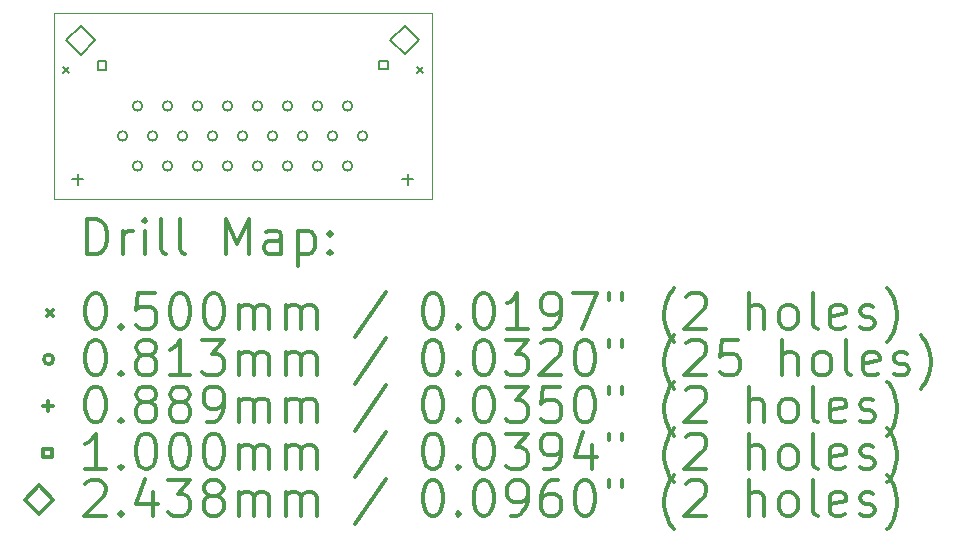
<source format=gbr>
%FSLAX45Y45*%
G04 Gerber Fmt 4.5, Leading zero omitted, Abs format (unit mm)*
G04 Created by KiCad (PCBNEW (5.1.10)-1) date 2021-10-13 14:36:59*
%MOMM*%
%LPD*%
G01*
G04 APERTURE LIST*
%TA.AperFunction,Profile*%
%ADD10C,0.050000*%
%TD*%
%ADD11C,0.200000*%
%ADD12C,0.300000*%
G04 APERTURE END LIST*
D10*
X12700000Y-14274800D02*
X12700000Y-12700000D01*
X15900400Y-14274800D02*
X12700000Y-14274800D01*
X15900400Y-12700000D02*
X15900400Y-14274800D01*
X12700000Y-12700000D02*
X15900400Y-12700000D01*
D11*
X12776600Y-13157600D02*
X12826600Y-13207600D01*
X12826600Y-13157600D02*
X12776600Y-13207600D01*
X15773800Y-13157600D02*
X15823800Y-13207600D01*
X15823800Y-13157600D02*
X15773800Y-13207600D01*
X13324840Y-13741400D02*
G75*
G03*
X13324840Y-13741400I-40640J0D01*
G01*
X13451840Y-13487400D02*
G75*
G03*
X13451840Y-13487400I-40640J0D01*
G01*
X13451840Y-13995400D02*
G75*
G03*
X13451840Y-13995400I-40640J0D01*
G01*
X13578840Y-13741400D02*
G75*
G03*
X13578840Y-13741400I-40640J0D01*
G01*
X13705840Y-13487400D02*
G75*
G03*
X13705840Y-13487400I-40640J0D01*
G01*
X13705840Y-13995400D02*
G75*
G03*
X13705840Y-13995400I-40640J0D01*
G01*
X13832840Y-13741400D02*
G75*
G03*
X13832840Y-13741400I-40640J0D01*
G01*
X13959840Y-13487400D02*
G75*
G03*
X13959840Y-13487400I-40640J0D01*
G01*
X13959840Y-13995400D02*
G75*
G03*
X13959840Y-13995400I-40640J0D01*
G01*
X14086840Y-13741400D02*
G75*
G03*
X14086840Y-13741400I-40640J0D01*
G01*
X14213840Y-13487400D02*
G75*
G03*
X14213840Y-13487400I-40640J0D01*
G01*
X14213840Y-13995400D02*
G75*
G03*
X14213840Y-13995400I-40640J0D01*
G01*
X14340840Y-13741400D02*
G75*
G03*
X14340840Y-13741400I-40640J0D01*
G01*
X14467840Y-13487400D02*
G75*
G03*
X14467840Y-13487400I-40640J0D01*
G01*
X14467840Y-13995400D02*
G75*
G03*
X14467840Y-13995400I-40640J0D01*
G01*
X14594840Y-13741400D02*
G75*
G03*
X14594840Y-13741400I-40640J0D01*
G01*
X14721840Y-13487400D02*
G75*
G03*
X14721840Y-13487400I-40640J0D01*
G01*
X14721840Y-13995400D02*
G75*
G03*
X14721840Y-13995400I-40640J0D01*
G01*
X14848840Y-13741400D02*
G75*
G03*
X14848840Y-13741400I-40640J0D01*
G01*
X14975840Y-13487400D02*
G75*
G03*
X14975840Y-13487400I-40640J0D01*
G01*
X14975840Y-13995400D02*
G75*
G03*
X14975840Y-13995400I-40640J0D01*
G01*
X15102840Y-13741400D02*
G75*
G03*
X15102840Y-13741400I-40640J0D01*
G01*
X15229840Y-13487400D02*
G75*
G03*
X15229840Y-13487400I-40640J0D01*
G01*
X15229840Y-13995400D02*
G75*
G03*
X15229840Y-13995400I-40640J0D01*
G01*
X15356840Y-13741400D02*
G75*
G03*
X15356840Y-13741400I-40640J0D01*
G01*
X12903200Y-14065250D02*
X12903200Y-14154150D01*
X12858750Y-14109700D02*
X12947650Y-14109700D01*
X15697200Y-14065250D02*
X15697200Y-14154150D01*
X15652750Y-14109700D02*
X15741650Y-14109700D01*
X13143563Y-13181486D02*
X13143563Y-13110774D01*
X13072852Y-13110774D01*
X13072852Y-13181486D01*
X13143563Y-13181486D01*
X15527561Y-13177988D02*
X15527561Y-13107277D01*
X15456849Y-13107277D01*
X15456849Y-13177988D01*
X15527561Y-13177988D01*
X12928612Y-13054017D02*
X13050532Y-12932097D01*
X12928612Y-12810177D01*
X12806692Y-12932097D01*
X12928612Y-13054017D01*
X15671800Y-13050520D02*
X15793720Y-12928600D01*
X15671800Y-12806680D01*
X15549880Y-12928600D01*
X15671800Y-13050520D01*
D12*
X12983928Y-14743014D02*
X12983928Y-14443014D01*
X13055357Y-14443014D01*
X13098214Y-14457300D01*
X13126786Y-14485871D01*
X13141071Y-14514443D01*
X13155357Y-14571586D01*
X13155357Y-14614443D01*
X13141071Y-14671586D01*
X13126786Y-14700157D01*
X13098214Y-14728729D01*
X13055357Y-14743014D01*
X12983928Y-14743014D01*
X13283928Y-14743014D02*
X13283928Y-14543014D01*
X13283928Y-14600157D02*
X13298214Y-14571586D01*
X13312500Y-14557300D01*
X13341071Y-14543014D01*
X13369643Y-14543014D01*
X13469643Y-14743014D02*
X13469643Y-14543014D01*
X13469643Y-14443014D02*
X13455357Y-14457300D01*
X13469643Y-14471586D01*
X13483928Y-14457300D01*
X13469643Y-14443014D01*
X13469643Y-14471586D01*
X13655357Y-14743014D02*
X13626786Y-14728729D01*
X13612500Y-14700157D01*
X13612500Y-14443014D01*
X13812500Y-14743014D02*
X13783928Y-14728729D01*
X13769643Y-14700157D01*
X13769643Y-14443014D01*
X14155357Y-14743014D02*
X14155357Y-14443014D01*
X14255357Y-14657300D01*
X14355357Y-14443014D01*
X14355357Y-14743014D01*
X14626786Y-14743014D02*
X14626786Y-14585871D01*
X14612500Y-14557300D01*
X14583928Y-14543014D01*
X14526786Y-14543014D01*
X14498214Y-14557300D01*
X14626786Y-14728729D02*
X14598214Y-14743014D01*
X14526786Y-14743014D01*
X14498214Y-14728729D01*
X14483928Y-14700157D01*
X14483928Y-14671586D01*
X14498214Y-14643014D01*
X14526786Y-14628729D01*
X14598214Y-14628729D01*
X14626786Y-14614443D01*
X14769643Y-14543014D02*
X14769643Y-14843014D01*
X14769643Y-14557300D02*
X14798214Y-14543014D01*
X14855357Y-14543014D01*
X14883928Y-14557300D01*
X14898214Y-14571586D01*
X14912500Y-14600157D01*
X14912500Y-14685871D01*
X14898214Y-14714443D01*
X14883928Y-14728729D01*
X14855357Y-14743014D01*
X14798214Y-14743014D01*
X14769643Y-14728729D01*
X15041071Y-14714443D02*
X15055357Y-14728729D01*
X15041071Y-14743014D01*
X15026786Y-14728729D01*
X15041071Y-14714443D01*
X15041071Y-14743014D01*
X15041071Y-14557300D02*
X15055357Y-14571586D01*
X15041071Y-14585871D01*
X15026786Y-14571586D01*
X15041071Y-14557300D01*
X15041071Y-14585871D01*
X12647500Y-15212300D02*
X12697500Y-15262300D01*
X12697500Y-15212300D02*
X12647500Y-15262300D01*
X13041071Y-15073014D02*
X13069643Y-15073014D01*
X13098214Y-15087300D01*
X13112500Y-15101586D01*
X13126786Y-15130157D01*
X13141071Y-15187300D01*
X13141071Y-15258729D01*
X13126786Y-15315871D01*
X13112500Y-15344443D01*
X13098214Y-15358729D01*
X13069643Y-15373014D01*
X13041071Y-15373014D01*
X13012500Y-15358729D01*
X12998214Y-15344443D01*
X12983928Y-15315871D01*
X12969643Y-15258729D01*
X12969643Y-15187300D01*
X12983928Y-15130157D01*
X12998214Y-15101586D01*
X13012500Y-15087300D01*
X13041071Y-15073014D01*
X13269643Y-15344443D02*
X13283928Y-15358729D01*
X13269643Y-15373014D01*
X13255357Y-15358729D01*
X13269643Y-15344443D01*
X13269643Y-15373014D01*
X13555357Y-15073014D02*
X13412500Y-15073014D01*
X13398214Y-15215871D01*
X13412500Y-15201586D01*
X13441071Y-15187300D01*
X13512500Y-15187300D01*
X13541071Y-15201586D01*
X13555357Y-15215871D01*
X13569643Y-15244443D01*
X13569643Y-15315871D01*
X13555357Y-15344443D01*
X13541071Y-15358729D01*
X13512500Y-15373014D01*
X13441071Y-15373014D01*
X13412500Y-15358729D01*
X13398214Y-15344443D01*
X13755357Y-15073014D02*
X13783928Y-15073014D01*
X13812500Y-15087300D01*
X13826786Y-15101586D01*
X13841071Y-15130157D01*
X13855357Y-15187300D01*
X13855357Y-15258729D01*
X13841071Y-15315871D01*
X13826786Y-15344443D01*
X13812500Y-15358729D01*
X13783928Y-15373014D01*
X13755357Y-15373014D01*
X13726786Y-15358729D01*
X13712500Y-15344443D01*
X13698214Y-15315871D01*
X13683928Y-15258729D01*
X13683928Y-15187300D01*
X13698214Y-15130157D01*
X13712500Y-15101586D01*
X13726786Y-15087300D01*
X13755357Y-15073014D01*
X14041071Y-15073014D02*
X14069643Y-15073014D01*
X14098214Y-15087300D01*
X14112500Y-15101586D01*
X14126786Y-15130157D01*
X14141071Y-15187300D01*
X14141071Y-15258729D01*
X14126786Y-15315871D01*
X14112500Y-15344443D01*
X14098214Y-15358729D01*
X14069643Y-15373014D01*
X14041071Y-15373014D01*
X14012500Y-15358729D01*
X13998214Y-15344443D01*
X13983928Y-15315871D01*
X13969643Y-15258729D01*
X13969643Y-15187300D01*
X13983928Y-15130157D01*
X13998214Y-15101586D01*
X14012500Y-15087300D01*
X14041071Y-15073014D01*
X14269643Y-15373014D02*
X14269643Y-15173014D01*
X14269643Y-15201586D02*
X14283928Y-15187300D01*
X14312500Y-15173014D01*
X14355357Y-15173014D01*
X14383928Y-15187300D01*
X14398214Y-15215871D01*
X14398214Y-15373014D01*
X14398214Y-15215871D02*
X14412500Y-15187300D01*
X14441071Y-15173014D01*
X14483928Y-15173014D01*
X14512500Y-15187300D01*
X14526786Y-15215871D01*
X14526786Y-15373014D01*
X14669643Y-15373014D02*
X14669643Y-15173014D01*
X14669643Y-15201586D02*
X14683928Y-15187300D01*
X14712500Y-15173014D01*
X14755357Y-15173014D01*
X14783928Y-15187300D01*
X14798214Y-15215871D01*
X14798214Y-15373014D01*
X14798214Y-15215871D02*
X14812500Y-15187300D01*
X14841071Y-15173014D01*
X14883928Y-15173014D01*
X14912500Y-15187300D01*
X14926786Y-15215871D01*
X14926786Y-15373014D01*
X15512500Y-15058729D02*
X15255357Y-15444443D01*
X15898214Y-15073014D02*
X15926786Y-15073014D01*
X15955357Y-15087300D01*
X15969643Y-15101586D01*
X15983928Y-15130157D01*
X15998214Y-15187300D01*
X15998214Y-15258729D01*
X15983928Y-15315871D01*
X15969643Y-15344443D01*
X15955357Y-15358729D01*
X15926786Y-15373014D01*
X15898214Y-15373014D01*
X15869643Y-15358729D01*
X15855357Y-15344443D01*
X15841071Y-15315871D01*
X15826786Y-15258729D01*
X15826786Y-15187300D01*
X15841071Y-15130157D01*
X15855357Y-15101586D01*
X15869643Y-15087300D01*
X15898214Y-15073014D01*
X16126786Y-15344443D02*
X16141071Y-15358729D01*
X16126786Y-15373014D01*
X16112500Y-15358729D01*
X16126786Y-15344443D01*
X16126786Y-15373014D01*
X16326786Y-15073014D02*
X16355357Y-15073014D01*
X16383928Y-15087300D01*
X16398214Y-15101586D01*
X16412500Y-15130157D01*
X16426786Y-15187300D01*
X16426786Y-15258729D01*
X16412500Y-15315871D01*
X16398214Y-15344443D01*
X16383928Y-15358729D01*
X16355357Y-15373014D01*
X16326786Y-15373014D01*
X16298214Y-15358729D01*
X16283928Y-15344443D01*
X16269643Y-15315871D01*
X16255357Y-15258729D01*
X16255357Y-15187300D01*
X16269643Y-15130157D01*
X16283928Y-15101586D01*
X16298214Y-15087300D01*
X16326786Y-15073014D01*
X16712500Y-15373014D02*
X16541071Y-15373014D01*
X16626786Y-15373014D02*
X16626786Y-15073014D01*
X16598214Y-15115871D01*
X16569643Y-15144443D01*
X16541071Y-15158729D01*
X16855357Y-15373014D02*
X16912500Y-15373014D01*
X16941071Y-15358729D01*
X16955357Y-15344443D01*
X16983928Y-15301586D01*
X16998214Y-15244443D01*
X16998214Y-15130157D01*
X16983928Y-15101586D01*
X16969643Y-15087300D01*
X16941071Y-15073014D01*
X16883928Y-15073014D01*
X16855357Y-15087300D01*
X16841071Y-15101586D01*
X16826786Y-15130157D01*
X16826786Y-15201586D01*
X16841071Y-15230157D01*
X16855357Y-15244443D01*
X16883928Y-15258729D01*
X16941071Y-15258729D01*
X16969643Y-15244443D01*
X16983928Y-15230157D01*
X16998214Y-15201586D01*
X17098214Y-15073014D02*
X17298214Y-15073014D01*
X17169643Y-15373014D01*
X17398214Y-15073014D02*
X17398214Y-15130157D01*
X17512500Y-15073014D02*
X17512500Y-15130157D01*
X17955357Y-15487300D02*
X17941071Y-15473014D01*
X17912500Y-15430157D01*
X17898214Y-15401586D01*
X17883928Y-15358729D01*
X17869643Y-15287300D01*
X17869643Y-15230157D01*
X17883928Y-15158729D01*
X17898214Y-15115871D01*
X17912500Y-15087300D01*
X17941071Y-15044443D01*
X17955357Y-15030157D01*
X18055357Y-15101586D02*
X18069643Y-15087300D01*
X18098214Y-15073014D01*
X18169643Y-15073014D01*
X18198214Y-15087300D01*
X18212500Y-15101586D01*
X18226786Y-15130157D01*
X18226786Y-15158729D01*
X18212500Y-15201586D01*
X18041071Y-15373014D01*
X18226786Y-15373014D01*
X18583928Y-15373014D02*
X18583928Y-15073014D01*
X18712500Y-15373014D02*
X18712500Y-15215871D01*
X18698214Y-15187300D01*
X18669643Y-15173014D01*
X18626786Y-15173014D01*
X18598214Y-15187300D01*
X18583928Y-15201586D01*
X18898214Y-15373014D02*
X18869643Y-15358729D01*
X18855357Y-15344443D01*
X18841071Y-15315871D01*
X18841071Y-15230157D01*
X18855357Y-15201586D01*
X18869643Y-15187300D01*
X18898214Y-15173014D01*
X18941071Y-15173014D01*
X18969643Y-15187300D01*
X18983928Y-15201586D01*
X18998214Y-15230157D01*
X18998214Y-15315871D01*
X18983928Y-15344443D01*
X18969643Y-15358729D01*
X18941071Y-15373014D01*
X18898214Y-15373014D01*
X19169643Y-15373014D02*
X19141071Y-15358729D01*
X19126786Y-15330157D01*
X19126786Y-15073014D01*
X19398214Y-15358729D02*
X19369643Y-15373014D01*
X19312500Y-15373014D01*
X19283928Y-15358729D01*
X19269643Y-15330157D01*
X19269643Y-15215871D01*
X19283928Y-15187300D01*
X19312500Y-15173014D01*
X19369643Y-15173014D01*
X19398214Y-15187300D01*
X19412500Y-15215871D01*
X19412500Y-15244443D01*
X19269643Y-15273014D01*
X19526786Y-15358729D02*
X19555357Y-15373014D01*
X19612500Y-15373014D01*
X19641071Y-15358729D01*
X19655357Y-15330157D01*
X19655357Y-15315871D01*
X19641071Y-15287300D01*
X19612500Y-15273014D01*
X19569643Y-15273014D01*
X19541071Y-15258729D01*
X19526786Y-15230157D01*
X19526786Y-15215871D01*
X19541071Y-15187300D01*
X19569643Y-15173014D01*
X19612500Y-15173014D01*
X19641071Y-15187300D01*
X19755357Y-15487300D02*
X19769643Y-15473014D01*
X19798214Y-15430157D01*
X19812500Y-15401586D01*
X19826786Y-15358729D01*
X19841071Y-15287300D01*
X19841071Y-15230157D01*
X19826786Y-15158729D01*
X19812500Y-15115871D01*
X19798214Y-15087300D01*
X19769643Y-15044443D01*
X19755357Y-15030157D01*
X12697500Y-15633300D02*
G75*
G03*
X12697500Y-15633300I-40640J0D01*
G01*
X13041071Y-15469014D02*
X13069643Y-15469014D01*
X13098214Y-15483300D01*
X13112500Y-15497586D01*
X13126786Y-15526157D01*
X13141071Y-15583300D01*
X13141071Y-15654729D01*
X13126786Y-15711871D01*
X13112500Y-15740443D01*
X13098214Y-15754729D01*
X13069643Y-15769014D01*
X13041071Y-15769014D01*
X13012500Y-15754729D01*
X12998214Y-15740443D01*
X12983928Y-15711871D01*
X12969643Y-15654729D01*
X12969643Y-15583300D01*
X12983928Y-15526157D01*
X12998214Y-15497586D01*
X13012500Y-15483300D01*
X13041071Y-15469014D01*
X13269643Y-15740443D02*
X13283928Y-15754729D01*
X13269643Y-15769014D01*
X13255357Y-15754729D01*
X13269643Y-15740443D01*
X13269643Y-15769014D01*
X13455357Y-15597586D02*
X13426786Y-15583300D01*
X13412500Y-15569014D01*
X13398214Y-15540443D01*
X13398214Y-15526157D01*
X13412500Y-15497586D01*
X13426786Y-15483300D01*
X13455357Y-15469014D01*
X13512500Y-15469014D01*
X13541071Y-15483300D01*
X13555357Y-15497586D01*
X13569643Y-15526157D01*
X13569643Y-15540443D01*
X13555357Y-15569014D01*
X13541071Y-15583300D01*
X13512500Y-15597586D01*
X13455357Y-15597586D01*
X13426786Y-15611871D01*
X13412500Y-15626157D01*
X13398214Y-15654729D01*
X13398214Y-15711871D01*
X13412500Y-15740443D01*
X13426786Y-15754729D01*
X13455357Y-15769014D01*
X13512500Y-15769014D01*
X13541071Y-15754729D01*
X13555357Y-15740443D01*
X13569643Y-15711871D01*
X13569643Y-15654729D01*
X13555357Y-15626157D01*
X13541071Y-15611871D01*
X13512500Y-15597586D01*
X13855357Y-15769014D02*
X13683928Y-15769014D01*
X13769643Y-15769014D02*
X13769643Y-15469014D01*
X13741071Y-15511871D01*
X13712500Y-15540443D01*
X13683928Y-15554729D01*
X13955357Y-15469014D02*
X14141071Y-15469014D01*
X14041071Y-15583300D01*
X14083928Y-15583300D01*
X14112500Y-15597586D01*
X14126786Y-15611871D01*
X14141071Y-15640443D01*
X14141071Y-15711871D01*
X14126786Y-15740443D01*
X14112500Y-15754729D01*
X14083928Y-15769014D01*
X13998214Y-15769014D01*
X13969643Y-15754729D01*
X13955357Y-15740443D01*
X14269643Y-15769014D02*
X14269643Y-15569014D01*
X14269643Y-15597586D02*
X14283928Y-15583300D01*
X14312500Y-15569014D01*
X14355357Y-15569014D01*
X14383928Y-15583300D01*
X14398214Y-15611871D01*
X14398214Y-15769014D01*
X14398214Y-15611871D02*
X14412500Y-15583300D01*
X14441071Y-15569014D01*
X14483928Y-15569014D01*
X14512500Y-15583300D01*
X14526786Y-15611871D01*
X14526786Y-15769014D01*
X14669643Y-15769014D02*
X14669643Y-15569014D01*
X14669643Y-15597586D02*
X14683928Y-15583300D01*
X14712500Y-15569014D01*
X14755357Y-15569014D01*
X14783928Y-15583300D01*
X14798214Y-15611871D01*
X14798214Y-15769014D01*
X14798214Y-15611871D02*
X14812500Y-15583300D01*
X14841071Y-15569014D01*
X14883928Y-15569014D01*
X14912500Y-15583300D01*
X14926786Y-15611871D01*
X14926786Y-15769014D01*
X15512500Y-15454729D02*
X15255357Y-15840443D01*
X15898214Y-15469014D02*
X15926786Y-15469014D01*
X15955357Y-15483300D01*
X15969643Y-15497586D01*
X15983928Y-15526157D01*
X15998214Y-15583300D01*
X15998214Y-15654729D01*
X15983928Y-15711871D01*
X15969643Y-15740443D01*
X15955357Y-15754729D01*
X15926786Y-15769014D01*
X15898214Y-15769014D01*
X15869643Y-15754729D01*
X15855357Y-15740443D01*
X15841071Y-15711871D01*
X15826786Y-15654729D01*
X15826786Y-15583300D01*
X15841071Y-15526157D01*
X15855357Y-15497586D01*
X15869643Y-15483300D01*
X15898214Y-15469014D01*
X16126786Y-15740443D02*
X16141071Y-15754729D01*
X16126786Y-15769014D01*
X16112500Y-15754729D01*
X16126786Y-15740443D01*
X16126786Y-15769014D01*
X16326786Y-15469014D02*
X16355357Y-15469014D01*
X16383928Y-15483300D01*
X16398214Y-15497586D01*
X16412500Y-15526157D01*
X16426786Y-15583300D01*
X16426786Y-15654729D01*
X16412500Y-15711871D01*
X16398214Y-15740443D01*
X16383928Y-15754729D01*
X16355357Y-15769014D01*
X16326786Y-15769014D01*
X16298214Y-15754729D01*
X16283928Y-15740443D01*
X16269643Y-15711871D01*
X16255357Y-15654729D01*
X16255357Y-15583300D01*
X16269643Y-15526157D01*
X16283928Y-15497586D01*
X16298214Y-15483300D01*
X16326786Y-15469014D01*
X16526786Y-15469014D02*
X16712500Y-15469014D01*
X16612500Y-15583300D01*
X16655357Y-15583300D01*
X16683928Y-15597586D01*
X16698214Y-15611871D01*
X16712500Y-15640443D01*
X16712500Y-15711871D01*
X16698214Y-15740443D01*
X16683928Y-15754729D01*
X16655357Y-15769014D01*
X16569643Y-15769014D01*
X16541071Y-15754729D01*
X16526786Y-15740443D01*
X16826786Y-15497586D02*
X16841071Y-15483300D01*
X16869643Y-15469014D01*
X16941071Y-15469014D01*
X16969643Y-15483300D01*
X16983928Y-15497586D01*
X16998214Y-15526157D01*
X16998214Y-15554729D01*
X16983928Y-15597586D01*
X16812500Y-15769014D01*
X16998214Y-15769014D01*
X17183928Y-15469014D02*
X17212500Y-15469014D01*
X17241071Y-15483300D01*
X17255357Y-15497586D01*
X17269643Y-15526157D01*
X17283928Y-15583300D01*
X17283928Y-15654729D01*
X17269643Y-15711871D01*
X17255357Y-15740443D01*
X17241071Y-15754729D01*
X17212500Y-15769014D01*
X17183928Y-15769014D01*
X17155357Y-15754729D01*
X17141071Y-15740443D01*
X17126786Y-15711871D01*
X17112500Y-15654729D01*
X17112500Y-15583300D01*
X17126786Y-15526157D01*
X17141071Y-15497586D01*
X17155357Y-15483300D01*
X17183928Y-15469014D01*
X17398214Y-15469014D02*
X17398214Y-15526157D01*
X17512500Y-15469014D02*
X17512500Y-15526157D01*
X17955357Y-15883300D02*
X17941071Y-15869014D01*
X17912500Y-15826157D01*
X17898214Y-15797586D01*
X17883928Y-15754729D01*
X17869643Y-15683300D01*
X17869643Y-15626157D01*
X17883928Y-15554729D01*
X17898214Y-15511871D01*
X17912500Y-15483300D01*
X17941071Y-15440443D01*
X17955357Y-15426157D01*
X18055357Y-15497586D02*
X18069643Y-15483300D01*
X18098214Y-15469014D01*
X18169643Y-15469014D01*
X18198214Y-15483300D01*
X18212500Y-15497586D01*
X18226786Y-15526157D01*
X18226786Y-15554729D01*
X18212500Y-15597586D01*
X18041071Y-15769014D01*
X18226786Y-15769014D01*
X18498214Y-15469014D02*
X18355357Y-15469014D01*
X18341071Y-15611871D01*
X18355357Y-15597586D01*
X18383928Y-15583300D01*
X18455357Y-15583300D01*
X18483928Y-15597586D01*
X18498214Y-15611871D01*
X18512500Y-15640443D01*
X18512500Y-15711871D01*
X18498214Y-15740443D01*
X18483928Y-15754729D01*
X18455357Y-15769014D01*
X18383928Y-15769014D01*
X18355357Y-15754729D01*
X18341071Y-15740443D01*
X18869643Y-15769014D02*
X18869643Y-15469014D01*
X18998214Y-15769014D02*
X18998214Y-15611871D01*
X18983928Y-15583300D01*
X18955357Y-15569014D01*
X18912500Y-15569014D01*
X18883928Y-15583300D01*
X18869643Y-15597586D01*
X19183928Y-15769014D02*
X19155357Y-15754729D01*
X19141071Y-15740443D01*
X19126786Y-15711871D01*
X19126786Y-15626157D01*
X19141071Y-15597586D01*
X19155357Y-15583300D01*
X19183928Y-15569014D01*
X19226786Y-15569014D01*
X19255357Y-15583300D01*
X19269643Y-15597586D01*
X19283928Y-15626157D01*
X19283928Y-15711871D01*
X19269643Y-15740443D01*
X19255357Y-15754729D01*
X19226786Y-15769014D01*
X19183928Y-15769014D01*
X19455357Y-15769014D02*
X19426786Y-15754729D01*
X19412500Y-15726157D01*
X19412500Y-15469014D01*
X19683928Y-15754729D02*
X19655357Y-15769014D01*
X19598214Y-15769014D01*
X19569643Y-15754729D01*
X19555357Y-15726157D01*
X19555357Y-15611871D01*
X19569643Y-15583300D01*
X19598214Y-15569014D01*
X19655357Y-15569014D01*
X19683928Y-15583300D01*
X19698214Y-15611871D01*
X19698214Y-15640443D01*
X19555357Y-15669014D01*
X19812500Y-15754729D02*
X19841071Y-15769014D01*
X19898214Y-15769014D01*
X19926786Y-15754729D01*
X19941071Y-15726157D01*
X19941071Y-15711871D01*
X19926786Y-15683300D01*
X19898214Y-15669014D01*
X19855357Y-15669014D01*
X19826786Y-15654729D01*
X19812500Y-15626157D01*
X19812500Y-15611871D01*
X19826786Y-15583300D01*
X19855357Y-15569014D01*
X19898214Y-15569014D01*
X19926786Y-15583300D01*
X20041071Y-15883300D02*
X20055357Y-15869014D01*
X20083928Y-15826157D01*
X20098214Y-15797586D01*
X20112500Y-15754729D01*
X20126786Y-15683300D01*
X20126786Y-15626157D01*
X20112500Y-15554729D01*
X20098214Y-15511871D01*
X20083928Y-15483300D01*
X20055357Y-15440443D01*
X20041071Y-15426157D01*
X12653050Y-15984850D02*
X12653050Y-16073750D01*
X12608600Y-16029300D02*
X12697500Y-16029300D01*
X13041071Y-15865014D02*
X13069643Y-15865014D01*
X13098214Y-15879300D01*
X13112500Y-15893586D01*
X13126786Y-15922157D01*
X13141071Y-15979300D01*
X13141071Y-16050729D01*
X13126786Y-16107871D01*
X13112500Y-16136443D01*
X13098214Y-16150729D01*
X13069643Y-16165014D01*
X13041071Y-16165014D01*
X13012500Y-16150729D01*
X12998214Y-16136443D01*
X12983928Y-16107871D01*
X12969643Y-16050729D01*
X12969643Y-15979300D01*
X12983928Y-15922157D01*
X12998214Y-15893586D01*
X13012500Y-15879300D01*
X13041071Y-15865014D01*
X13269643Y-16136443D02*
X13283928Y-16150729D01*
X13269643Y-16165014D01*
X13255357Y-16150729D01*
X13269643Y-16136443D01*
X13269643Y-16165014D01*
X13455357Y-15993586D02*
X13426786Y-15979300D01*
X13412500Y-15965014D01*
X13398214Y-15936443D01*
X13398214Y-15922157D01*
X13412500Y-15893586D01*
X13426786Y-15879300D01*
X13455357Y-15865014D01*
X13512500Y-15865014D01*
X13541071Y-15879300D01*
X13555357Y-15893586D01*
X13569643Y-15922157D01*
X13569643Y-15936443D01*
X13555357Y-15965014D01*
X13541071Y-15979300D01*
X13512500Y-15993586D01*
X13455357Y-15993586D01*
X13426786Y-16007871D01*
X13412500Y-16022157D01*
X13398214Y-16050729D01*
X13398214Y-16107871D01*
X13412500Y-16136443D01*
X13426786Y-16150729D01*
X13455357Y-16165014D01*
X13512500Y-16165014D01*
X13541071Y-16150729D01*
X13555357Y-16136443D01*
X13569643Y-16107871D01*
X13569643Y-16050729D01*
X13555357Y-16022157D01*
X13541071Y-16007871D01*
X13512500Y-15993586D01*
X13741071Y-15993586D02*
X13712500Y-15979300D01*
X13698214Y-15965014D01*
X13683928Y-15936443D01*
X13683928Y-15922157D01*
X13698214Y-15893586D01*
X13712500Y-15879300D01*
X13741071Y-15865014D01*
X13798214Y-15865014D01*
X13826786Y-15879300D01*
X13841071Y-15893586D01*
X13855357Y-15922157D01*
X13855357Y-15936443D01*
X13841071Y-15965014D01*
X13826786Y-15979300D01*
X13798214Y-15993586D01*
X13741071Y-15993586D01*
X13712500Y-16007871D01*
X13698214Y-16022157D01*
X13683928Y-16050729D01*
X13683928Y-16107871D01*
X13698214Y-16136443D01*
X13712500Y-16150729D01*
X13741071Y-16165014D01*
X13798214Y-16165014D01*
X13826786Y-16150729D01*
X13841071Y-16136443D01*
X13855357Y-16107871D01*
X13855357Y-16050729D01*
X13841071Y-16022157D01*
X13826786Y-16007871D01*
X13798214Y-15993586D01*
X13998214Y-16165014D02*
X14055357Y-16165014D01*
X14083928Y-16150729D01*
X14098214Y-16136443D01*
X14126786Y-16093586D01*
X14141071Y-16036443D01*
X14141071Y-15922157D01*
X14126786Y-15893586D01*
X14112500Y-15879300D01*
X14083928Y-15865014D01*
X14026786Y-15865014D01*
X13998214Y-15879300D01*
X13983928Y-15893586D01*
X13969643Y-15922157D01*
X13969643Y-15993586D01*
X13983928Y-16022157D01*
X13998214Y-16036443D01*
X14026786Y-16050729D01*
X14083928Y-16050729D01*
X14112500Y-16036443D01*
X14126786Y-16022157D01*
X14141071Y-15993586D01*
X14269643Y-16165014D02*
X14269643Y-15965014D01*
X14269643Y-15993586D02*
X14283928Y-15979300D01*
X14312500Y-15965014D01*
X14355357Y-15965014D01*
X14383928Y-15979300D01*
X14398214Y-16007871D01*
X14398214Y-16165014D01*
X14398214Y-16007871D02*
X14412500Y-15979300D01*
X14441071Y-15965014D01*
X14483928Y-15965014D01*
X14512500Y-15979300D01*
X14526786Y-16007871D01*
X14526786Y-16165014D01*
X14669643Y-16165014D02*
X14669643Y-15965014D01*
X14669643Y-15993586D02*
X14683928Y-15979300D01*
X14712500Y-15965014D01*
X14755357Y-15965014D01*
X14783928Y-15979300D01*
X14798214Y-16007871D01*
X14798214Y-16165014D01*
X14798214Y-16007871D02*
X14812500Y-15979300D01*
X14841071Y-15965014D01*
X14883928Y-15965014D01*
X14912500Y-15979300D01*
X14926786Y-16007871D01*
X14926786Y-16165014D01*
X15512500Y-15850729D02*
X15255357Y-16236443D01*
X15898214Y-15865014D02*
X15926786Y-15865014D01*
X15955357Y-15879300D01*
X15969643Y-15893586D01*
X15983928Y-15922157D01*
X15998214Y-15979300D01*
X15998214Y-16050729D01*
X15983928Y-16107871D01*
X15969643Y-16136443D01*
X15955357Y-16150729D01*
X15926786Y-16165014D01*
X15898214Y-16165014D01*
X15869643Y-16150729D01*
X15855357Y-16136443D01*
X15841071Y-16107871D01*
X15826786Y-16050729D01*
X15826786Y-15979300D01*
X15841071Y-15922157D01*
X15855357Y-15893586D01*
X15869643Y-15879300D01*
X15898214Y-15865014D01*
X16126786Y-16136443D02*
X16141071Y-16150729D01*
X16126786Y-16165014D01*
X16112500Y-16150729D01*
X16126786Y-16136443D01*
X16126786Y-16165014D01*
X16326786Y-15865014D02*
X16355357Y-15865014D01*
X16383928Y-15879300D01*
X16398214Y-15893586D01*
X16412500Y-15922157D01*
X16426786Y-15979300D01*
X16426786Y-16050729D01*
X16412500Y-16107871D01*
X16398214Y-16136443D01*
X16383928Y-16150729D01*
X16355357Y-16165014D01*
X16326786Y-16165014D01*
X16298214Y-16150729D01*
X16283928Y-16136443D01*
X16269643Y-16107871D01*
X16255357Y-16050729D01*
X16255357Y-15979300D01*
X16269643Y-15922157D01*
X16283928Y-15893586D01*
X16298214Y-15879300D01*
X16326786Y-15865014D01*
X16526786Y-15865014D02*
X16712500Y-15865014D01*
X16612500Y-15979300D01*
X16655357Y-15979300D01*
X16683928Y-15993586D01*
X16698214Y-16007871D01*
X16712500Y-16036443D01*
X16712500Y-16107871D01*
X16698214Y-16136443D01*
X16683928Y-16150729D01*
X16655357Y-16165014D01*
X16569643Y-16165014D01*
X16541071Y-16150729D01*
X16526786Y-16136443D01*
X16983928Y-15865014D02*
X16841071Y-15865014D01*
X16826786Y-16007871D01*
X16841071Y-15993586D01*
X16869643Y-15979300D01*
X16941071Y-15979300D01*
X16969643Y-15993586D01*
X16983928Y-16007871D01*
X16998214Y-16036443D01*
X16998214Y-16107871D01*
X16983928Y-16136443D01*
X16969643Y-16150729D01*
X16941071Y-16165014D01*
X16869643Y-16165014D01*
X16841071Y-16150729D01*
X16826786Y-16136443D01*
X17183928Y-15865014D02*
X17212500Y-15865014D01*
X17241071Y-15879300D01*
X17255357Y-15893586D01*
X17269643Y-15922157D01*
X17283928Y-15979300D01*
X17283928Y-16050729D01*
X17269643Y-16107871D01*
X17255357Y-16136443D01*
X17241071Y-16150729D01*
X17212500Y-16165014D01*
X17183928Y-16165014D01*
X17155357Y-16150729D01*
X17141071Y-16136443D01*
X17126786Y-16107871D01*
X17112500Y-16050729D01*
X17112500Y-15979300D01*
X17126786Y-15922157D01*
X17141071Y-15893586D01*
X17155357Y-15879300D01*
X17183928Y-15865014D01*
X17398214Y-15865014D02*
X17398214Y-15922157D01*
X17512500Y-15865014D02*
X17512500Y-15922157D01*
X17955357Y-16279300D02*
X17941071Y-16265014D01*
X17912500Y-16222157D01*
X17898214Y-16193586D01*
X17883928Y-16150729D01*
X17869643Y-16079300D01*
X17869643Y-16022157D01*
X17883928Y-15950729D01*
X17898214Y-15907871D01*
X17912500Y-15879300D01*
X17941071Y-15836443D01*
X17955357Y-15822157D01*
X18055357Y-15893586D02*
X18069643Y-15879300D01*
X18098214Y-15865014D01*
X18169643Y-15865014D01*
X18198214Y-15879300D01*
X18212500Y-15893586D01*
X18226786Y-15922157D01*
X18226786Y-15950729D01*
X18212500Y-15993586D01*
X18041071Y-16165014D01*
X18226786Y-16165014D01*
X18583928Y-16165014D02*
X18583928Y-15865014D01*
X18712500Y-16165014D02*
X18712500Y-16007871D01*
X18698214Y-15979300D01*
X18669643Y-15965014D01*
X18626786Y-15965014D01*
X18598214Y-15979300D01*
X18583928Y-15993586D01*
X18898214Y-16165014D02*
X18869643Y-16150729D01*
X18855357Y-16136443D01*
X18841071Y-16107871D01*
X18841071Y-16022157D01*
X18855357Y-15993586D01*
X18869643Y-15979300D01*
X18898214Y-15965014D01*
X18941071Y-15965014D01*
X18969643Y-15979300D01*
X18983928Y-15993586D01*
X18998214Y-16022157D01*
X18998214Y-16107871D01*
X18983928Y-16136443D01*
X18969643Y-16150729D01*
X18941071Y-16165014D01*
X18898214Y-16165014D01*
X19169643Y-16165014D02*
X19141071Y-16150729D01*
X19126786Y-16122157D01*
X19126786Y-15865014D01*
X19398214Y-16150729D02*
X19369643Y-16165014D01*
X19312500Y-16165014D01*
X19283928Y-16150729D01*
X19269643Y-16122157D01*
X19269643Y-16007871D01*
X19283928Y-15979300D01*
X19312500Y-15965014D01*
X19369643Y-15965014D01*
X19398214Y-15979300D01*
X19412500Y-16007871D01*
X19412500Y-16036443D01*
X19269643Y-16065014D01*
X19526786Y-16150729D02*
X19555357Y-16165014D01*
X19612500Y-16165014D01*
X19641071Y-16150729D01*
X19655357Y-16122157D01*
X19655357Y-16107871D01*
X19641071Y-16079300D01*
X19612500Y-16065014D01*
X19569643Y-16065014D01*
X19541071Y-16050729D01*
X19526786Y-16022157D01*
X19526786Y-16007871D01*
X19541071Y-15979300D01*
X19569643Y-15965014D01*
X19612500Y-15965014D01*
X19641071Y-15979300D01*
X19755357Y-16279300D02*
X19769643Y-16265014D01*
X19798214Y-16222157D01*
X19812500Y-16193586D01*
X19826786Y-16150729D01*
X19841071Y-16079300D01*
X19841071Y-16022157D01*
X19826786Y-15950729D01*
X19812500Y-15907871D01*
X19798214Y-15879300D01*
X19769643Y-15836443D01*
X19755357Y-15822157D01*
X12682856Y-16460656D02*
X12682856Y-16389944D01*
X12612144Y-16389944D01*
X12612144Y-16460656D01*
X12682856Y-16460656D01*
X13141071Y-16561014D02*
X12969643Y-16561014D01*
X13055357Y-16561014D02*
X13055357Y-16261014D01*
X13026786Y-16303871D01*
X12998214Y-16332443D01*
X12969643Y-16346729D01*
X13269643Y-16532443D02*
X13283928Y-16546729D01*
X13269643Y-16561014D01*
X13255357Y-16546729D01*
X13269643Y-16532443D01*
X13269643Y-16561014D01*
X13469643Y-16261014D02*
X13498214Y-16261014D01*
X13526786Y-16275300D01*
X13541071Y-16289586D01*
X13555357Y-16318157D01*
X13569643Y-16375300D01*
X13569643Y-16446729D01*
X13555357Y-16503871D01*
X13541071Y-16532443D01*
X13526786Y-16546729D01*
X13498214Y-16561014D01*
X13469643Y-16561014D01*
X13441071Y-16546729D01*
X13426786Y-16532443D01*
X13412500Y-16503871D01*
X13398214Y-16446729D01*
X13398214Y-16375300D01*
X13412500Y-16318157D01*
X13426786Y-16289586D01*
X13441071Y-16275300D01*
X13469643Y-16261014D01*
X13755357Y-16261014D02*
X13783928Y-16261014D01*
X13812500Y-16275300D01*
X13826786Y-16289586D01*
X13841071Y-16318157D01*
X13855357Y-16375300D01*
X13855357Y-16446729D01*
X13841071Y-16503871D01*
X13826786Y-16532443D01*
X13812500Y-16546729D01*
X13783928Y-16561014D01*
X13755357Y-16561014D01*
X13726786Y-16546729D01*
X13712500Y-16532443D01*
X13698214Y-16503871D01*
X13683928Y-16446729D01*
X13683928Y-16375300D01*
X13698214Y-16318157D01*
X13712500Y-16289586D01*
X13726786Y-16275300D01*
X13755357Y-16261014D01*
X14041071Y-16261014D02*
X14069643Y-16261014D01*
X14098214Y-16275300D01*
X14112500Y-16289586D01*
X14126786Y-16318157D01*
X14141071Y-16375300D01*
X14141071Y-16446729D01*
X14126786Y-16503871D01*
X14112500Y-16532443D01*
X14098214Y-16546729D01*
X14069643Y-16561014D01*
X14041071Y-16561014D01*
X14012500Y-16546729D01*
X13998214Y-16532443D01*
X13983928Y-16503871D01*
X13969643Y-16446729D01*
X13969643Y-16375300D01*
X13983928Y-16318157D01*
X13998214Y-16289586D01*
X14012500Y-16275300D01*
X14041071Y-16261014D01*
X14269643Y-16561014D02*
X14269643Y-16361014D01*
X14269643Y-16389586D02*
X14283928Y-16375300D01*
X14312500Y-16361014D01*
X14355357Y-16361014D01*
X14383928Y-16375300D01*
X14398214Y-16403871D01*
X14398214Y-16561014D01*
X14398214Y-16403871D02*
X14412500Y-16375300D01*
X14441071Y-16361014D01*
X14483928Y-16361014D01*
X14512500Y-16375300D01*
X14526786Y-16403871D01*
X14526786Y-16561014D01*
X14669643Y-16561014D02*
X14669643Y-16361014D01*
X14669643Y-16389586D02*
X14683928Y-16375300D01*
X14712500Y-16361014D01*
X14755357Y-16361014D01*
X14783928Y-16375300D01*
X14798214Y-16403871D01*
X14798214Y-16561014D01*
X14798214Y-16403871D02*
X14812500Y-16375300D01*
X14841071Y-16361014D01*
X14883928Y-16361014D01*
X14912500Y-16375300D01*
X14926786Y-16403871D01*
X14926786Y-16561014D01*
X15512500Y-16246729D02*
X15255357Y-16632443D01*
X15898214Y-16261014D02*
X15926786Y-16261014D01*
X15955357Y-16275300D01*
X15969643Y-16289586D01*
X15983928Y-16318157D01*
X15998214Y-16375300D01*
X15998214Y-16446729D01*
X15983928Y-16503871D01*
X15969643Y-16532443D01*
X15955357Y-16546729D01*
X15926786Y-16561014D01*
X15898214Y-16561014D01*
X15869643Y-16546729D01*
X15855357Y-16532443D01*
X15841071Y-16503871D01*
X15826786Y-16446729D01*
X15826786Y-16375300D01*
X15841071Y-16318157D01*
X15855357Y-16289586D01*
X15869643Y-16275300D01*
X15898214Y-16261014D01*
X16126786Y-16532443D02*
X16141071Y-16546729D01*
X16126786Y-16561014D01*
X16112500Y-16546729D01*
X16126786Y-16532443D01*
X16126786Y-16561014D01*
X16326786Y-16261014D02*
X16355357Y-16261014D01*
X16383928Y-16275300D01*
X16398214Y-16289586D01*
X16412500Y-16318157D01*
X16426786Y-16375300D01*
X16426786Y-16446729D01*
X16412500Y-16503871D01*
X16398214Y-16532443D01*
X16383928Y-16546729D01*
X16355357Y-16561014D01*
X16326786Y-16561014D01*
X16298214Y-16546729D01*
X16283928Y-16532443D01*
X16269643Y-16503871D01*
X16255357Y-16446729D01*
X16255357Y-16375300D01*
X16269643Y-16318157D01*
X16283928Y-16289586D01*
X16298214Y-16275300D01*
X16326786Y-16261014D01*
X16526786Y-16261014D02*
X16712500Y-16261014D01*
X16612500Y-16375300D01*
X16655357Y-16375300D01*
X16683928Y-16389586D01*
X16698214Y-16403871D01*
X16712500Y-16432443D01*
X16712500Y-16503871D01*
X16698214Y-16532443D01*
X16683928Y-16546729D01*
X16655357Y-16561014D01*
X16569643Y-16561014D01*
X16541071Y-16546729D01*
X16526786Y-16532443D01*
X16855357Y-16561014D02*
X16912500Y-16561014D01*
X16941071Y-16546729D01*
X16955357Y-16532443D01*
X16983928Y-16489586D01*
X16998214Y-16432443D01*
X16998214Y-16318157D01*
X16983928Y-16289586D01*
X16969643Y-16275300D01*
X16941071Y-16261014D01*
X16883928Y-16261014D01*
X16855357Y-16275300D01*
X16841071Y-16289586D01*
X16826786Y-16318157D01*
X16826786Y-16389586D01*
X16841071Y-16418157D01*
X16855357Y-16432443D01*
X16883928Y-16446729D01*
X16941071Y-16446729D01*
X16969643Y-16432443D01*
X16983928Y-16418157D01*
X16998214Y-16389586D01*
X17255357Y-16361014D02*
X17255357Y-16561014D01*
X17183928Y-16246729D02*
X17112500Y-16461014D01*
X17298214Y-16461014D01*
X17398214Y-16261014D02*
X17398214Y-16318157D01*
X17512500Y-16261014D02*
X17512500Y-16318157D01*
X17955357Y-16675300D02*
X17941071Y-16661014D01*
X17912500Y-16618157D01*
X17898214Y-16589586D01*
X17883928Y-16546729D01*
X17869643Y-16475300D01*
X17869643Y-16418157D01*
X17883928Y-16346729D01*
X17898214Y-16303871D01*
X17912500Y-16275300D01*
X17941071Y-16232443D01*
X17955357Y-16218157D01*
X18055357Y-16289586D02*
X18069643Y-16275300D01*
X18098214Y-16261014D01*
X18169643Y-16261014D01*
X18198214Y-16275300D01*
X18212500Y-16289586D01*
X18226786Y-16318157D01*
X18226786Y-16346729D01*
X18212500Y-16389586D01*
X18041071Y-16561014D01*
X18226786Y-16561014D01*
X18583928Y-16561014D02*
X18583928Y-16261014D01*
X18712500Y-16561014D02*
X18712500Y-16403871D01*
X18698214Y-16375300D01*
X18669643Y-16361014D01*
X18626786Y-16361014D01*
X18598214Y-16375300D01*
X18583928Y-16389586D01*
X18898214Y-16561014D02*
X18869643Y-16546729D01*
X18855357Y-16532443D01*
X18841071Y-16503871D01*
X18841071Y-16418157D01*
X18855357Y-16389586D01*
X18869643Y-16375300D01*
X18898214Y-16361014D01*
X18941071Y-16361014D01*
X18969643Y-16375300D01*
X18983928Y-16389586D01*
X18998214Y-16418157D01*
X18998214Y-16503871D01*
X18983928Y-16532443D01*
X18969643Y-16546729D01*
X18941071Y-16561014D01*
X18898214Y-16561014D01*
X19169643Y-16561014D02*
X19141071Y-16546729D01*
X19126786Y-16518157D01*
X19126786Y-16261014D01*
X19398214Y-16546729D02*
X19369643Y-16561014D01*
X19312500Y-16561014D01*
X19283928Y-16546729D01*
X19269643Y-16518157D01*
X19269643Y-16403871D01*
X19283928Y-16375300D01*
X19312500Y-16361014D01*
X19369643Y-16361014D01*
X19398214Y-16375300D01*
X19412500Y-16403871D01*
X19412500Y-16432443D01*
X19269643Y-16461014D01*
X19526786Y-16546729D02*
X19555357Y-16561014D01*
X19612500Y-16561014D01*
X19641071Y-16546729D01*
X19655357Y-16518157D01*
X19655357Y-16503871D01*
X19641071Y-16475300D01*
X19612500Y-16461014D01*
X19569643Y-16461014D01*
X19541071Y-16446729D01*
X19526786Y-16418157D01*
X19526786Y-16403871D01*
X19541071Y-16375300D01*
X19569643Y-16361014D01*
X19612500Y-16361014D01*
X19641071Y-16375300D01*
X19755357Y-16675300D02*
X19769643Y-16661014D01*
X19798214Y-16618157D01*
X19812500Y-16589586D01*
X19826786Y-16546729D01*
X19841071Y-16475300D01*
X19841071Y-16418157D01*
X19826786Y-16346729D01*
X19812500Y-16303871D01*
X19798214Y-16275300D01*
X19769643Y-16232443D01*
X19755357Y-16218157D01*
X12575580Y-16943220D02*
X12697500Y-16821300D01*
X12575580Y-16699380D01*
X12453660Y-16821300D01*
X12575580Y-16943220D01*
X12969643Y-16685586D02*
X12983928Y-16671300D01*
X13012500Y-16657014D01*
X13083928Y-16657014D01*
X13112500Y-16671300D01*
X13126786Y-16685586D01*
X13141071Y-16714157D01*
X13141071Y-16742729D01*
X13126786Y-16785586D01*
X12955357Y-16957014D01*
X13141071Y-16957014D01*
X13269643Y-16928443D02*
X13283928Y-16942729D01*
X13269643Y-16957014D01*
X13255357Y-16942729D01*
X13269643Y-16928443D01*
X13269643Y-16957014D01*
X13541071Y-16757014D02*
X13541071Y-16957014D01*
X13469643Y-16642729D02*
X13398214Y-16857014D01*
X13583928Y-16857014D01*
X13669643Y-16657014D02*
X13855357Y-16657014D01*
X13755357Y-16771300D01*
X13798214Y-16771300D01*
X13826786Y-16785586D01*
X13841071Y-16799872D01*
X13855357Y-16828443D01*
X13855357Y-16899872D01*
X13841071Y-16928443D01*
X13826786Y-16942729D01*
X13798214Y-16957014D01*
X13712500Y-16957014D01*
X13683928Y-16942729D01*
X13669643Y-16928443D01*
X14026786Y-16785586D02*
X13998214Y-16771300D01*
X13983928Y-16757014D01*
X13969643Y-16728443D01*
X13969643Y-16714157D01*
X13983928Y-16685586D01*
X13998214Y-16671300D01*
X14026786Y-16657014D01*
X14083928Y-16657014D01*
X14112500Y-16671300D01*
X14126786Y-16685586D01*
X14141071Y-16714157D01*
X14141071Y-16728443D01*
X14126786Y-16757014D01*
X14112500Y-16771300D01*
X14083928Y-16785586D01*
X14026786Y-16785586D01*
X13998214Y-16799872D01*
X13983928Y-16814157D01*
X13969643Y-16842729D01*
X13969643Y-16899872D01*
X13983928Y-16928443D01*
X13998214Y-16942729D01*
X14026786Y-16957014D01*
X14083928Y-16957014D01*
X14112500Y-16942729D01*
X14126786Y-16928443D01*
X14141071Y-16899872D01*
X14141071Y-16842729D01*
X14126786Y-16814157D01*
X14112500Y-16799872D01*
X14083928Y-16785586D01*
X14269643Y-16957014D02*
X14269643Y-16757014D01*
X14269643Y-16785586D02*
X14283928Y-16771300D01*
X14312500Y-16757014D01*
X14355357Y-16757014D01*
X14383928Y-16771300D01*
X14398214Y-16799872D01*
X14398214Y-16957014D01*
X14398214Y-16799872D02*
X14412500Y-16771300D01*
X14441071Y-16757014D01*
X14483928Y-16757014D01*
X14512500Y-16771300D01*
X14526786Y-16799872D01*
X14526786Y-16957014D01*
X14669643Y-16957014D02*
X14669643Y-16757014D01*
X14669643Y-16785586D02*
X14683928Y-16771300D01*
X14712500Y-16757014D01*
X14755357Y-16757014D01*
X14783928Y-16771300D01*
X14798214Y-16799872D01*
X14798214Y-16957014D01*
X14798214Y-16799872D02*
X14812500Y-16771300D01*
X14841071Y-16757014D01*
X14883928Y-16757014D01*
X14912500Y-16771300D01*
X14926786Y-16799872D01*
X14926786Y-16957014D01*
X15512500Y-16642729D02*
X15255357Y-17028443D01*
X15898214Y-16657014D02*
X15926786Y-16657014D01*
X15955357Y-16671300D01*
X15969643Y-16685586D01*
X15983928Y-16714157D01*
X15998214Y-16771300D01*
X15998214Y-16842729D01*
X15983928Y-16899872D01*
X15969643Y-16928443D01*
X15955357Y-16942729D01*
X15926786Y-16957014D01*
X15898214Y-16957014D01*
X15869643Y-16942729D01*
X15855357Y-16928443D01*
X15841071Y-16899872D01*
X15826786Y-16842729D01*
X15826786Y-16771300D01*
X15841071Y-16714157D01*
X15855357Y-16685586D01*
X15869643Y-16671300D01*
X15898214Y-16657014D01*
X16126786Y-16928443D02*
X16141071Y-16942729D01*
X16126786Y-16957014D01*
X16112500Y-16942729D01*
X16126786Y-16928443D01*
X16126786Y-16957014D01*
X16326786Y-16657014D02*
X16355357Y-16657014D01*
X16383928Y-16671300D01*
X16398214Y-16685586D01*
X16412500Y-16714157D01*
X16426786Y-16771300D01*
X16426786Y-16842729D01*
X16412500Y-16899872D01*
X16398214Y-16928443D01*
X16383928Y-16942729D01*
X16355357Y-16957014D01*
X16326786Y-16957014D01*
X16298214Y-16942729D01*
X16283928Y-16928443D01*
X16269643Y-16899872D01*
X16255357Y-16842729D01*
X16255357Y-16771300D01*
X16269643Y-16714157D01*
X16283928Y-16685586D01*
X16298214Y-16671300D01*
X16326786Y-16657014D01*
X16569643Y-16957014D02*
X16626786Y-16957014D01*
X16655357Y-16942729D01*
X16669643Y-16928443D01*
X16698214Y-16885586D01*
X16712500Y-16828443D01*
X16712500Y-16714157D01*
X16698214Y-16685586D01*
X16683928Y-16671300D01*
X16655357Y-16657014D01*
X16598214Y-16657014D01*
X16569643Y-16671300D01*
X16555357Y-16685586D01*
X16541071Y-16714157D01*
X16541071Y-16785586D01*
X16555357Y-16814157D01*
X16569643Y-16828443D01*
X16598214Y-16842729D01*
X16655357Y-16842729D01*
X16683928Y-16828443D01*
X16698214Y-16814157D01*
X16712500Y-16785586D01*
X16969643Y-16657014D02*
X16912500Y-16657014D01*
X16883928Y-16671300D01*
X16869643Y-16685586D01*
X16841071Y-16728443D01*
X16826786Y-16785586D01*
X16826786Y-16899872D01*
X16841071Y-16928443D01*
X16855357Y-16942729D01*
X16883928Y-16957014D01*
X16941071Y-16957014D01*
X16969643Y-16942729D01*
X16983928Y-16928443D01*
X16998214Y-16899872D01*
X16998214Y-16828443D01*
X16983928Y-16799872D01*
X16969643Y-16785586D01*
X16941071Y-16771300D01*
X16883928Y-16771300D01*
X16855357Y-16785586D01*
X16841071Y-16799872D01*
X16826786Y-16828443D01*
X17183928Y-16657014D02*
X17212500Y-16657014D01*
X17241071Y-16671300D01*
X17255357Y-16685586D01*
X17269643Y-16714157D01*
X17283928Y-16771300D01*
X17283928Y-16842729D01*
X17269643Y-16899872D01*
X17255357Y-16928443D01*
X17241071Y-16942729D01*
X17212500Y-16957014D01*
X17183928Y-16957014D01*
X17155357Y-16942729D01*
X17141071Y-16928443D01*
X17126786Y-16899872D01*
X17112500Y-16842729D01*
X17112500Y-16771300D01*
X17126786Y-16714157D01*
X17141071Y-16685586D01*
X17155357Y-16671300D01*
X17183928Y-16657014D01*
X17398214Y-16657014D02*
X17398214Y-16714157D01*
X17512500Y-16657014D02*
X17512500Y-16714157D01*
X17955357Y-17071300D02*
X17941071Y-17057014D01*
X17912500Y-17014157D01*
X17898214Y-16985586D01*
X17883928Y-16942729D01*
X17869643Y-16871300D01*
X17869643Y-16814157D01*
X17883928Y-16742729D01*
X17898214Y-16699871D01*
X17912500Y-16671300D01*
X17941071Y-16628443D01*
X17955357Y-16614157D01*
X18055357Y-16685586D02*
X18069643Y-16671300D01*
X18098214Y-16657014D01*
X18169643Y-16657014D01*
X18198214Y-16671300D01*
X18212500Y-16685586D01*
X18226786Y-16714157D01*
X18226786Y-16742729D01*
X18212500Y-16785586D01*
X18041071Y-16957014D01*
X18226786Y-16957014D01*
X18583928Y-16957014D02*
X18583928Y-16657014D01*
X18712500Y-16957014D02*
X18712500Y-16799872D01*
X18698214Y-16771300D01*
X18669643Y-16757014D01*
X18626786Y-16757014D01*
X18598214Y-16771300D01*
X18583928Y-16785586D01*
X18898214Y-16957014D02*
X18869643Y-16942729D01*
X18855357Y-16928443D01*
X18841071Y-16899872D01*
X18841071Y-16814157D01*
X18855357Y-16785586D01*
X18869643Y-16771300D01*
X18898214Y-16757014D01*
X18941071Y-16757014D01*
X18969643Y-16771300D01*
X18983928Y-16785586D01*
X18998214Y-16814157D01*
X18998214Y-16899872D01*
X18983928Y-16928443D01*
X18969643Y-16942729D01*
X18941071Y-16957014D01*
X18898214Y-16957014D01*
X19169643Y-16957014D02*
X19141071Y-16942729D01*
X19126786Y-16914157D01*
X19126786Y-16657014D01*
X19398214Y-16942729D02*
X19369643Y-16957014D01*
X19312500Y-16957014D01*
X19283928Y-16942729D01*
X19269643Y-16914157D01*
X19269643Y-16799872D01*
X19283928Y-16771300D01*
X19312500Y-16757014D01*
X19369643Y-16757014D01*
X19398214Y-16771300D01*
X19412500Y-16799872D01*
X19412500Y-16828443D01*
X19269643Y-16857014D01*
X19526786Y-16942729D02*
X19555357Y-16957014D01*
X19612500Y-16957014D01*
X19641071Y-16942729D01*
X19655357Y-16914157D01*
X19655357Y-16899872D01*
X19641071Y-16871300D01*
X19612500Y-16857014D01*
X19569643Y-16857014D01*
X19541071Y-16842729D01*
X19526786Y-16814157D01*
X19526786Y-16799872D01*
X19541071Y-16771300D01*
X19569643Y-16757014D01*
X19612500Y-16757014D01*
X19641071Y-16771300D01*
X19755357Y-17071300D02*
X19769643Y-17057014D01*
X19798214Y-17014157D01*
X19812500Y-16985586D01*
X19826786Y-16942729D01*
X19841071Y-16871300D01*
X19841071Y-16814157D01*
X19826786Y-16742729D01*
X19812500Y-16699871D01*
X19798214Y-16671300D01*
X19769643Y-16628443D01*
X19755357Y-16614157D01*
M02*

</source>
